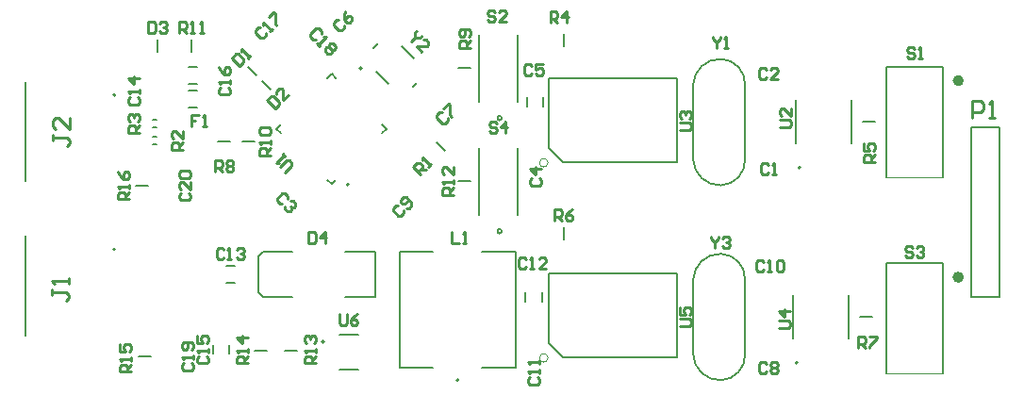
<source format=gbr>
%TF.GenerationSoftware,Altium Limited,Altium Designer,22.1.2 (22)*%
G04 Layer_Color=65535*
%FSLAX44Y44*%
%MOMM*%
%TF.SameCoordinates,D2A5B157-11BA-4D30-A4C3-CA4352B12235*%
%TF.FilePolarity,Positive*%
%TF.FileFunction,Legend,Top*%
%TF.Part,Single*%
G01*
G75*
%TA.AperFunction,NonConductor*%
%ADD38C,0.2540*%
%ADD49C,0.2000*%
%ADD50C,0.1270*%
%ADD51C,0.5000*%
%ADD52C,0.0000*%
%ADD53C,0.0500*%
D38*
X517178Y1121753D02*
X523069Y1127644D01*
Y1130000D01*
X520713Y1132356D01*
X518356D01*
X512466Y1126466D01*
X517178Y1135891D02*
X514822Y1138247D01*
X516000Y1137069D01*
X508931Y1130000D01*
X511287D01*
X495170Y1251723D02*
X492814D01*
X490458Y1249367D01*
Y1247010D01*
X495170Y1242298D01*
X497527D01*
X499883Y1244654D01*
Y1247010D01*
X503417Y1248188D02*
X505774Y1250545D01*
X504595Y1249367D01*
X497527Y1256435D01*
Y1254079D01*
X502239Y1261148D02*
X506952Y1265860D01*
X508130Y1264682D01*
Y1255257D01*
X509308Y1254079D01*
X307382Y1017000D02*
Y1011922D01*
Y1014461D01*
X320078D01*
X322617Y1011922D01*
Y1009382D01*
X320078Y1006843D01*
X322617Y1022078D02*
Y1027157D01*
Y1024617D01*
X307382D01*
X309922Y1022078D01*
X308612Y1155701D02*
Y1150622D01*
Y1153162D01*
X321308D01*
X323848Y1150622D01*
Y1148083D01*
X321308Y1145544D01*
X323848Y1170936D02*
Y1160779D01*
X313691Y1170936D01*
X311152D01*
X308612Y1168397D01*
Y1163318D01*
X311152Y1160779D01*
X899719Y1064178D02*
Y1062512D01*
X903052Y1059180D01*
X906384Y1062512D01*
Y1064178D01*
X903052Y1059180D02*
Y1054182D01*
X909716Y1062512D02*
X911382Y1064178D01*
X914715D01*
X916381Y1062512D01*
Y1060846D01*
X914715Y1059180D01*
X913048D01*
X914715D01*
X916381Y1057514D01*
Y1055848D01*
X914715Y1054182D01*
X911382D01*
X909716Y1055848D01*
X635184Y1248945D02*
X634006Y1247767D01*
Y1243054D01*
X638718D01*
X639896Y1244232D01*
X634006Y1243054D02*
X630471Y1239520D01*
X639896Y1230095D02*
X635184Y1234807D01*
X644609D01*
X645787Y1235986D01*
X645787Y1238342D01*
X643431Y1240698D01*
X641074D01*
X901385Y1243248D02*
Y1241582D01*
X904718Y1238250D01*
X908050Y1241582D01*
Y1243248D01*
X904718Y1238250D02*
Y1233252D01*
X911382D02*
X914715D01*
X913048D01*
Y1243248D01*
X911382Y1241582D01*
X565709Y994328D02*
Y985998D01*
X567375Y984332D01*
X570708D01*
X572374Y985998D01*
Y994328D01*
X582371D02*
X579038Y992662D01*
X575706Y989330D01*
Y985998D01*
X577372Y984332D01*
X580704D01*
X582371Y985998D01*
Y987664D01*
X580704Y989330D01*
X575706D01*
X871302Y983539D02*
X879632D01*
X881298Y985206D01*
Y988538D01*
X879632Y990204D01*
X871302D01*
Y1000201D02*
Y993536D01*
X876300D01*
X874634Y996868D01*
Y998534D01*
X876300Y1000201D01*
X879632D01*
X881298Y998534D01*
Y995202D01*
X879632Y993536D01*
X960202Y982269D02*
X968532D01*
X970198Y983935D01*
Y987268D01*
X968532Y988934D01*
X960202D01*
X970198Y997264D02*
X960202D01*
X965200Y992266D01*
Y998931D01*
X871302Y1160069D02*
X879632D01*
X881298Y1161736D01*
Y1165068D01*
X879632Y1166734D01*
X871302D01*
X872968Y1170066D02*
X871302Y1171732D01*
Y1175064D01*
X872968Y1176731D01*
X874634D01*
X876300Y1175064D01*
Y1173398D01*
Y1175064D01*
X877966Y1176731D01*
X879632D01*
X881298Y1175064D01*
Y1171732D01*
X879632Y1170066D01*
X961472Y1162609D02*
X969802D01*
X971468Y1164276D01*
Y1167608D01*
X969802Y1169274D01*
X961472D01*
X971468Y1179271D02*
Y1172606D01*
X964804Y1179271D01*
X963138D01*
X961472Y1177605D01*
Y1174272D01*
X963138Y1172606D01*
X706994Y1165382D02*
X705328Y1167048D01*
X701995D01*
X700329Y1165382D01*
Y1163716D01*
X701995Y1162050D01*
X705328D01*
X706994Y1160384D01*
Y1158718D01*
X705328Y1157052D01*
X701995D01*
X700329Y1158718D01*
X715324Y1157052D02*
Y1167048D01*
X710326Y1162050D01*
X716991D01*
X1080374Y1053622D02*
X1078708Y1055288D01*
X1075376D01*
X1073709Y1053622D01*
Y1051956D01*
X1075376Y1050290D01*
X1078708D01*
X1080374Y1048624D01*
Y1046958D01*
X1078708Y1045292D01*
X1075376D01*
X1073709Y1046958D01*
X1083706Y1053622D02*
X1085372Y1055288D01*
X1088705D01*
X1090371Y1053622D01*
Y1051956D01*
X1088705Y1050290D01*
X1087038D01*
X1088705D01*
X1090371Y1048624D01*
Y1046958D01*
X1088705Y1045292D01*
X1085372D01*
X1083706Y1046958D01*
X705724Y1265712D02*
X704058Y1267378D01*
X700725D01*
X699059Y1265712D01*
Y1264046D01*
X700725Y1262380D01*
X704058D01*
X705724Y1260714D01*
Y1259048D01*
X704058Y1257382D01*
X700725D01*
X699059Y1259048D01*
X715721Y1257382D02*
X709056D01*
X715721Y1264046D01*
Y1265712D01*
X714054Y1267378D01*
X710722D01*
X709056Y1265712D01*
X1082040Y1232692D02*
X1080374Y1234358D01*
X1077042D01*
X1075376Y1232692D01*
Y1231026D01*
X1077042Y1229360D01*
X1080374D01*
X1082040Y1227694D01*
Y1226028D01*
X1080374Y1224362D01*
X1077042D01*
X1075376Y1226028D01*
X1085372Y1224362D02*
X1088705D01*
X1087038D01*
Y1234358D01*
X1085372Y1232692D01*
X377108Y1097484D02*
X367112D01*
Y1102482D01*
X368778Y1104148D01*
X372110D01*
X373776Y1102482D01*
Y1097484D01*
Y1100816D02*
X377108Y1104148D01*
Y1107481D02*
Y1110813D01*
Y1109147D01*
X367112D01*
X368778Y1107481D01*
X367112Y1122476D02*
X368778Y1119144D01*
X372110Y1115811D01*
X375442D01*
X377108Y1117478D01*
Y1120810D01*
X375442Y1122476D01*
X373776D01*
X372110Y1120810D01*
Y1115811D01*
X378378Y942544D02*
X368382D01*
Y947542D01*
X370048Y949209D01*
X373380D01*
X375046Y947542D01*
Y942544D01*
Y945876D02*
X378378Y949209D01*
Y952541D02*
Y955873D01*
Y954207D01*
X368382D01*
X370048Y952541D01*
X368382Y967536D02*
Y960872D01*
X373380D01*
X371714Y964204D01*
Y965870D01*
X373380Y967536D01*
X376712D01*
X378378Y965870D01*
Y962538D01*
X376712Y960872D01*
X483788Y950164D02*
X473792D01*
Y955162D01*
X475458Y956829D01*
X478790D01*
X480456Y955162D01*
Y950164D01*
Y953496D02*
X483788Y956829D01*
Y960161D02*
Y963493D01*
Y961827D01*
X473792D01*
X475458Y960161D01*
X483788Y973490D02*
X473792D01*
X478790Y968492D01*
Y975156D01*
X544748Y950164D02*
X534752D01*
Y955162D01*
X536418Y956829D01*
X539750D01*
X541416Y955162D01*
Y950164D01*
Y953496D02*
X544748Y956829D01*
Y960161D02*
Y963493D01*
Y961827D01*
X534752D01*
X536418Y960161D01*
Y968492D02*
X534752Y970158D01*
Y973490D01*
X536418Y975156D01*
X538084D01*
X539750Y973490D01*
Y971824D01*
Y973490D01*
X541416Y975156D01*
X543082D01*
X544748Y973490D01*
Y970158D01*
X543082Y968492D01*
X667938Y1101294D02*
X657942D01*
Y1106292D01*
X659608Y1107959D01*
X662940D01*
X664606Y1106292D01*
Y1101294D01*
Y1104626D02*
X667938Y1107959D01*
Y1111291D02*
Y1114623D01*
Y1112957D01*
X657942D01*
X659608Y1111291D01*
X667938Y1126286D02*
Y1119622D01*
X661274Y1126286D01*
X659608D01*
X657942Y1124620D01*
Y1121288D01*
X659608Y1119622D01*
X422240Y1247222D02*
Y1257218D01*
X427239D01*
X428905Y1255552D01*
Y1252220D01*
X427239Y1250554D01*
X422240D01*
X425572D02*
X428905Y1247222D01*
X432237D02*
X435569D01*
X433903D01*
Y1257218D01*
X432237Y1255552D01*
X440568Y1247222D02*
X443900D01*
X442234D01*
Y1257218D01*
X440568Y1255552D01*
X504108Y1136854D02*
X494112D01*
Y1141852D01*
X495778Y1143519D01*
X499110D01*
X500776Y1141852D01*
Y1136854D01*
Y1140186D02*
X504108Y1143519D01*
Y1146851D02*
Y1150183D01*
Y1148517D01*
X494112D01*
X495778Y1146851D01*
Y1155182D02*
X494112Y1156848D01*
Y1160180D01*
X495778Y1161846D01*
X502442D01*
X504108Y1160180D01*
Y1156848D01*
X502442Y1155182D01*
X495778D01*
X683178Y1233729D02*
X673182D01*
Y1238728D01*
X674848Y1240394D01*
X678180D01*
X679846Y1238728D01*
Y1233729D01*
Y1237062D02*
X683178Y1240394D01*
X681512Y1243726D02*
X683178Y1245392D01*
Y1248725D01*
X681512Y1250391D01*
X674848D01*
X673182Y1248725D01*
Y1245392D01*
X674848Y1243726D01*
X676514D01*
X678180Y1245392D01*
Y1250391D01*
X453949Y1122762D02*
Y1132758D01*
X458948D01*
X460614Y1131092D01*
Y1127760D01*
X458948Y1126094D01*
X453949D01*
X457282D02*
X460614Y1122762D01*
X463946Y1131092D02*
X465612Y1132758D01*
X468945D01*
X470611Y1131092D01*
Y1129426D01*
X468945Y1127760D01*
X470611Y1126094D01*
Y1124428D01*
X468945Y1122762D01*
X465612D01*
X463946Y1124428D01*
Y1126094D01*
X465612Y1127760D01*
X463946Y1129426D01*
Y1131092D01*
X465612Y1127760D02*
X468945D01*
X1031799Y964012D02*
Y974008D01*
X1036798D01*
X1038464Y972342D01*
Y969010D01*
X1036798Y967344D01*
X1031799D01*
X1035132D02*
X1038464Y964012D01*
X1041796Y974008D02*
X1048461D01*
Y972342D01*
X1041796Y965678D01*
Y964012D01*
X758749Y1078312D02*
Y1088308D01*
X763748D01*
X765414Y1086642D01*
Y1083310D01*
X763748Y1081644D01*
X758749D01*
X762082D02*
X765414Y1078312D01*
X775411Y1088308D02*
X772078Y1086642D01*
X768746Y1083310D01*
Y1079978D01*
X770412Y1078312D01*
X773745D01*
X775411Y1079978D01*
Y1081644D01*
X773745Y1083310D01*
X768746D01*
X1046398Y1130859D02*
X1036402D01*
Y1135858D01*
X1038068Y1137524D01*
X1041400D01*
X1043066Y1135858D01*
Y1130859D01*
Y1134192D02*
X1046398Y1137524D01*
X1036402Y1147521D02*
Y1140856D01*
X1041400D01*
X1039734Y1144188D01*
Y1145854D01*
X1041400Y1147521D01*
X1044732D01*
X1046398Y1145854D01*
Y1142522D01*
X1044732Y1140856D01*
X755142Y1256284D02*
Y1266281D01*
X760140D01*
X761806Y1264615D01*
Y1261282D01*
X760140Y1259616D01*
X755142D01*
X758474D02*
X761806Y1256284D01*
X770137D02*
Y1266281D01*
X765139Y1261282D01*
X771803D01*
X385998Y1157529D02*
X376002D01*
Y1162528D01*
X377668Y1164194D01*
X381000D01*
X382666Y1162528D01*
Y1157529D01*
Y1160862D02*
X385998Y1164194D01*
X377668Y1167526D02*
X376002Y1169192D01*
Y1172524D01*
X377668Y1174191D01*
X379334D01*
X381000Y1172524D01*
Y1170858D01*
Y1172524D01*
X382666Y1174191D01*
X384332D01*
X385998Y1172524D01*
Y1169192D01*
X384332Y1167526D01*
X425368Y1142289D02*
X415372D01*
Y1147288D01*
X417038Y1148954D01*
X420370D01*
X422036Y1147288D01*
Y1142289D01*
Y1145622D02*
X425368Y1148954D01*
Y1158951D02*
Y1152286D01*
X418704Y1158951D01*
X417038D01*
X415372Y1157284D01*
Y1153952D01*
X417038Y1152286D01*
X638822Y1119753D02*
X631753Y1126822D01*
X635288Y1130356D01*
X637644D01*
X640000Y1128000D01*
Y1125644D01*
X636466Y1122109D01*
X638822Y1124466D02*
X643534D01*
X645891Y1126822D02*
X648247Y1129178D01*
X647069Y1128000D01*
X640000Y1135069D01*
Y1132712D01*
X1134364Y1170686D02*
Y1185921D01*
X1141982D01*
X1144521Y1183382D01*
Y1178304D01*
X1141982Y1175764D01*
X1134364D01*
X1149599Y1170686D02*
X1154677D01*
X1152138D01*
Y1185921D01*
X1149599Y1183382D01*
X666435Y1067988D02*
Y1057992D01*
X673100D01*
X676432D02*
X679764D01*
X678098D01*
Y1067988D01*
X676432Y1066322D01*
X439420Y1173398D02*
X432756D01*
Y1168400D01*
X436088D01*
X432756D01*
Y1163402D01*
X442752D02*
X446085D01*
X444418D01*
Y1173398D01*
X442752Y1171732D01*
X537769Y1067988D02*
Y1057992D01*
X542768D01*
X544434Y1059658D01*
Y1066322D01*
X542768Y1067988D01*
X537769D01*
X552765Y1057992D02*
Y1067988D01*
X547766Y1062990D01*
X554431D01*
X394259Y1257218D02*
Y1247222D01*
X399258D01*
X400924Y1248888D01*
Y1255552D01*
X399258Y1257218D01*
X394259D01*
X404256Y1255552D02*
X405922Y1257218D01*
X409254D01*
X410921Y1255552D01*
Y1253886D01*
X409254Y1252220D01*
X407588D01*
X409254D01*
X410921Y1250554D01*
Y1248888D01*
X409254Y1247222D01*
X405922D01*
X404256Y1248888D01*
X501115Y1186364D02*
X508184Y1179295D01*
X511718Y1182829D01*
Y1185186D01*
X507006Y1189898D01*
X504649D01*
X501115Y1186364D01*
X519965Y1191076D02*
X515252Y1186364D01*
Y1195789D01*
X514074Y1196967D01*
X511718Y1196967D01*
X509362Y1194611D01*
Y1192254D01*
X469273Y1224372D02*
X476342Y1217303D01*
X479876Y1220837D01*
Y1223194D01*
X475164Y1227906D01*
X472808D01*
X469273Y1224372D01*
X483411D02*
X485767Y1226728D01*
X484589Y1225550D01*
X477520Y1232619D01*
Y1230263D01*
X423388Y1103316D02*
X421722Y1101649D01*
Y1098317D01*
X423388Y1096651D01*
X430052D01*
X431718Y1098317D01*
Y1101649D01*
X430052Y1103316D01*
X431718Y1113312D02*
Y1106648D01*
X425054Y1113312D01*
X423388D01*
X421722Y1111646D01*
Y1108314D01*
X423388Y1106648D01*
Y1116645D02*
X421722Y1118311D01*
Y1121643D01*
X423388Y1123309D01*
X430052D01*
X431718Y1121643D01*
Y1118311D01*
X430052Y1116645D01*
X423388D01*
X425928Y950479D02*
X424262Y948812D01*
Y945480D01*
X425928Y943814D01*
X432592D01*
X434258Y945480D01*
Y948812D01*
X432592Y950479D01*
X434258Y953811D02*
Y957143D01*
Y955477D01*
X424262D01*
X425928Y953811D01*
X432592Y962141D02*
X434258Y963808D01*
Y967140D01*
X432592Y968806D01*
X425928D01*
X424262Y967140D01*
Y963808D01*
X425928Y962141D01*
X427594D01*
X429260Y963808D01*
Y968806D01*
X549413Y1246000D02*
Y1248356D01*
X547057Y1250712D01*
X544700D01*
X539988Y1246000D01*
Y1243643D01*
X542344Y1241287D01*
X544700D01*
X545878Y1237753D02*
X548235Y1235396D01*
X547057Y1236575D01*
X554125Y1243643D01*
X551769D01*
X557660Y1237753D02*
X560016D01*
X562372Y1235396D01*
X562372Y1233040D01*
X561194Y1231862D01*
X558838D01*
X558838Y1229506D01*
X557660Y1228328D01*
X555303Y1228328D01*
X552947Y1230684D01*
Y1233040D01*
X554125Y1234218D01*
X556482D01*
X556482Y1236575D01*
X557660Y1237753D01*
X556482Y1234218D02*
X558838Y1231862D01*
X458948Y1198129D02*
X457282Y1196462D01*
Y1193130D01*
X458948Y1191464D01*
X465612D01*
X467278Y1193130D01*
Y1196462D01*
X465612Y1198129D01*
X467278Y1201461D02*
Y1204793D01*
Y1203127D01*
X457282D01*
X458948Y1201461D01*
X457282Y1216456D02*
X458948Y1213124D01*
X462280Y1209791D01*
X465612D01*
X467278Y1211458D01*
Y1214790D01*
X465612Y1216456D01*
X463946D01*
X462280Y1214790D01*
Y1209791D01*
X439898Y956829D02*
X438232Y955162D01*
Y951830D01*
X439898Y950164D01*
X446562D01*
X448228Y951830D01*
Y955162D01*
X446562Y956829D01*
X448228Y960161D02*
Y963493D01*
Y961827D01*
X438232D01*
X439898Y960161D01*
X438232Y975156D02*
Y968492D01*
X443230D01*
X441564Y971824D01*
Y973490D01*
X443230Y975156D01*
X446562D01*
X448228Y973490D01*
Y970158D01*
X446562Y968492D01*
X377668Y1189239D02*
X376002Y1187572D01*
Y1184240D01*
X377668Y1182574D01*
X384332D01*
X385998Y1184240D01*
Y1187572D01*
X384332Y1189239D01*
X385998Y1192571D02*
Y1195903D01*
Y1194237D01*
X376002D01*
X377668Y1192571D01*
X385998Y1205900D02*
X376002D01*
X381000Y1200901D01*
Y1207566D01*
X462169Y1052382D02*
X460502Y1054048D01*
X457170D01*
X455504Y1052382D01*
Y1045718D01*
X457170Y1044052D01*
X460502D01*
X462169Y1045718D01*
X465501Y1044052D02*
X468833D01*
X467167D01*
Y1054048D01*
X465501Y1052382D01*
X473831D02*
X475498Y1054048D01*
X478830D01*
X480496Y1052382D01*
Y1050716D01*
X478830Y1049050D01*
X477164D01*
X478830D01*
X480496Y1047384D01*
Y1045718D01*
X478830Y1044052D01*
X475498D01*
X473831Y1045718D01*
X733308Y1043462D02*
X731642Y1045128D01*
X728310D01*
X726644Y1043462D01*
Y1036798D01*
X728310Y1035132D01*
X731642D01*
X733308Y1036798D01*
X736641Y1035132D02*
X739973D01*
X738307D01*
Y1045128D01*
X736641Y1043462D01*
X751636Y1035132D02*
X744971D01*
X751636Y1041796D01*
Y1043462D01*
X749970Y1045128D01*
X746638D01*
X744971Y1043462D01*
X737078Y938175D02*
X735412Y936508D01*
Y933176D01*
X737078Y931510D01*
X743742D01*
X745408Y933176D01*
Y936508D01*
X743742Y938175D01*
X745408Y941507D02*
Y944839D01*
Y943173D01*
X735412D01*
X737078Y941507D01*
X745408Y949838D02*
Y953170D01*
Y951504D01*
X735412D01*
X737078Y949838D01*
X946668Y1040922D02*
X945002Y1042588D01*
X941670D01*
X940004Y1040922D01*
Y1034258D01*
X941670Y1032592D01*
X945002D01*
X946668Y1034258D01*
X950001Y1032592D02*
X953333D01*
X951667D01*
Y1042588D01*
X950001Y1040922D01*
X958332D02*
X959998Y1042588D01*
X963330D01*
X964996Y1040922D01*
Y1034258D01*
X963330Y1032592D01*
X959998D01*
X958332Y1034258D01*
Y1040922D01*
X618766Y1092108D02*
X616409D01*
X614053Y1089752D01*
Y1087396D01*
X618766Y1082683D01*
X621122D01*
X623478Y1085039D01*
Y1087396D01*
X625834Y1089752D02*
X628191D01*
X630547Y1092108D01*
Y1094464D01*
X625834Y1099177D01*
X623478Y1099177D01*
X621122Y1096821D01*
Y1094464D01*
X622300Y1093286D01*
X624656Y1093286D01*
X628191Y1096821D01*
X949564Y949482D02*
X947898Y951148D01*
X944566D01*
X942899Y949482D01*
Y942818D01*
X944566Y941152D01*
X947898D01*
X949564Y942818D01*
X952896Y949482D02*
X954562Y951148D01*
X957895D01*
X959561Y949482D01*
Y947816D01*
X957895Y946150D01*
X959561Y944484D01*
Y942818D01*
X957895Y941152D01*
X954562D01*
X952896Y942818D01*
Y944484D01*
X954562Y946150D01*
X952896Y947816D01*
Y949482D01*
X954562Y946150D02*
X957895D01*
X658136Y1175402D02*
X655779D01*
X653423Y1173046D01*
Y1170690D01*
X658136Y1165977D01*
X660492D01*
X662848Y1168333D01*
Y1170690D01*
X659314Y1178936D02*
X664026Y1183649D01*
X665204Y1182471D01*
Y1173046D01*
X666383Y1171868D01*
X565426Y1258478D02*
X563069D01*
X560713Y1256122D01*
Y1253766D01*
X565426Y1249053D01*
X567782D01*
X570138Y1251409D01*
Y1253766D01*
X571316Y1266725D02*
X570138Y1263191D01*
Y1258478D01*
X572494Y1256122D01*
X574851D01*
X577207Y1258478D01*
Y1260834D01*
X576029Y1262012D01*
X573672Y1262013D01*
X570138Y1258478D01*
X738744Y1217452D02*
X737078Y1219118D01*
X733745D01*
X732079Y1217452D01*
Y1210788D01*
X733745Y1209122D01*
X737078D01*
X738744Y1210788D01*
X748741Y1219118D02*
X742076D01*
Y1214120D01*
X745408Y1215786D01*
X747075D01*
X748741Y1214120D01*
Y1210788D01*
X747075Y1209122D01*
X743742D01*
X742076Y1210788D01*
X738668Y1116334D02*
X737002Y1114668D01*
Y1111336D01*
X738668Y1109669D01*
X745332D01*
X746998Y1111336D01*
Y1114668D01*
X745332Y1116334D01*
X746998Y1124665D02*
X737002D01*
X742000Y1119666D01*
Y1126331D01*
X519338Y1098274D02*
Y1100631D01*
X516982Y1102987D01*
X514626D01*
X509913Y1098274D01*
Y1095918D01*
X512269Y1093562D01*
X514626D01*
X521694Y1095918D02*
X524051D01*
X526407Y1093562D01*
X526407Y1091206D01*
X525229Y1090027D01*
X522873D01*
X521694Y1091206D01*
X522873Y1090027D01*
X522873Y1087671D01*
X521694Y1086493D01*
X519338D01*
X516982Y1088849D01*
Y1091206D01*
X949564Y1213642D02*
X947898Y1215308D01*
X944566D01*
X942899Y1213642D01*
Y1206978D01*
X944566Y1205312D01*
X947898D01*
X949564Y1206978D01*
X959561Y1205312D02*
X952896D01*
X959561Y1211976D01*
Y1213642D01*
X957895Y1215308D01*
X954562D01*
X952896Y1213642D01*
X951230Y1128552D02*
X949564Y1130218D01*
X946232D01*
X944566Y1128552D01*
Y1121888D01*
X946232Y1120222D01*
X949564D01*
X951230Y1121888D01*
X954562Y1120222D02*
X957895D01*
X956228D01*
Y1130218D01*
X954562Y1128552D01*
D49*
X574437Y1110788D02*
G03*
X574437Y1110788I-1000J0D01*
G01*
X364500Y1052700D02*
G03*
X364500Y1052700I-1000J0D01*
G01*
X364860Y1191260D02*
G03*
X364860Y1191260I-1000J0D01*
G01*
X977220Y950870D02*
G03*
X977220Y950870I-1000J0D01*
G01*
X711660Y1068790D02*
G03*
X711660Y1068790I-2000J0D01*
G01*
X585837Y1215102D02*
G03*
X585837Y1215102I-1000J0D01*
G01*
X711660Y1170390D02*
G03*
X711660Y1170390I-2000J0D01*
G01*
X979760Y1126130D02*
G03*
X979760Y1126130I-1000J0D01*
G01*
X672830Y935220D02*
G03*
X672830Y935220I-1000J0D01*
G01*
X551990Y969620D02*
G03*
X551990Y969620I-1000J0D01*
G01*
X284000Y975300D02*
Y1064700D01*
X284360Y1113860D02*
Y1203260D01*
X767080Y1061300D02*
Y1072300D01*
X1033360Y991870D02*
X1044360D01*
X732910Y1005650D02*
Y1013650D01*
X747910Y1005650D02*
Y1013650D01*
X734180Y1180910D02*
Y1188910D01*
X749180Y1180910D02*
Y1188910D01*
X672680Y1113790D02*
X683680D01*
X496491Y1204039D02*
X504269Y1196261D01*
X483791Y1216739D02*
X491569Y1208961D01*
X653111Y1148889D02*
X660889Y1141111D01*
X672680Y1215390D02*
X683680D01*
X1035900Y1167130D02*
X1046900D01*
X430340Y1216540D02*
X438340D01*
X430340Y1201540D02*
X438340D01*
X398050Y1169360D02*
X402050D01*
X398050Y1162360D02*
X402050D01*
X398050Y1154120D02*
X402050D01*
X398050Y1147120D02*
X402050D01*
X383120Y1109980D02*
X394120D01*
X478370Y1149350D02*
X489370D01*
X456780D02*
X467780D01*
X430340Y1179950D02*
X438340D01*
X430340Y1194950D02*
X438340D01*
X433070Y1230210D02*
Y1241210D01*
X516470Y961390D02*
X527470D01*
X489800D02*
X500800D01*
X467240Y958660D02*
Y966660D01*
X452240Y958660D02*
Y966660D01*
X385660Y956310D02*
X396660D01*
X464000Y1037500D02*
X472000D01*
X464000Y1022500D02*
X472000D01*
X497620Y1050470D02*
X523620D01*
X493120Y1045970D02*
X497620Y1050470D01*
X493120Y1013970D02*
X497620Y1009420D01*
X571120Y1009470D02*
X598120D01*
X571120Y1050470D02*
X598120D01*
Y1009470D02*
Y1050470D01*
X493120Y1013970D02*
Y1045970D01*
X497620Y1009470D02*
X523620D01*
X402590Y1230210D02*
Y1241210D01*
X1158240Y1009650D02*
Y1162050D01*
X1132840Y1009650D02*
Y1162050D01*
Y1009650D02*
X1158240D01*
X1132840Y1162050D02*
X1158240D01*
X767080Y1235290D02*
Y1246290D01*
D50*
X908473Y1048622D02*
G03*
X883478Y1025313I-843J-24152D01*
G01*
Y958427D02*
G03*
X908473Y935118I24152J843D01*
G01*
X908462Y935118D02*
G03*
X930082Y958302I-782J22402D01*
G01*
Y1025438D02*
G03*
X908462Y1048622I-22402J782D01*
G01*
X908473Y1223612D02*
G03*
X883478Y1200303I-843J-24152D01*
G01*
Y1133417D02*
G03*
X908473Y1110108I24152J843D01*
G01*
X908462Y1110108D02*
G03*
X930082Y1133292I-782J22402D01*
G01*
Y1200428D02*
G03*
X908462Y1223612I-22402J782D01*
G01*
X558800Y1111283D02*
X562689Y1115172D01*
X604408Y1156891D02*
X608298Y1160780D01*
X509302D02*
X513192Y1164669D01*
X554911Y1206388D02*
X558800Y1210277D01*
X554911Y1115172D02*
X558800Y1111283D01*
X604408Y1164669D02*
X608298Y1160780D01*
X509302D02*
X513192Y1156891D01*
X558800Y1210277D02*
X562689Y1206388D01*
X883480Y958370D02*
Y1025370D01*
X930080Y958370D02*
Y1025370D01*
X1107440Y941100D02*
Y1040100D01*
X1056640D02*
X1107440D01*
X1056640Y941100D02*
Y1040100D01*
X1023420Y972370D02*
Y1011370D01*
X973020Y972370D02*
Y1011370D01*
X753872Y968375D02*
Y1030605D01*
Y968375D02*
X766572Y955675D01*
X869188D01*
Y1030605D01*
X753872D02*
X869188D01*
X753872Y1143635D02*
Y1205865D01*
Y1143635D02*
X766572Y1130935D01*
X869188D01*
Y1205865D01*
X753872D02*
X869188D01*
X691160Y1083790D02*
Y1143790D01*
X726160Y1083790D02*
Y1143790D01*
X631648Y1198272D02*
X635608Y1202232D01*
X596292Y1233628D02*
X600252Y1237588D01*
X599121Y1212132D02*
X610152Y1201101D01*
X621748Y1234759D02*
X632779Y1223728D01*
X691160Y1185390D02*
Y1245390D01*
X726160Y1185390D02*
Y1245390D01*
X883480Y1133360D02*
Y1200360D01*
X930080Y1133360D02*
Y1200360D01*
X1025960Y1147630D02*
Y1186630D01*
X975560Y1147630D02*
Y1186630D01*
X1107440Y1117630D02*
Y1216630D01*
X1056640D02*
X1107440D01*
X1056640Y1117630D02*
Y1216630D01*
X693830Y1050220D02*
X723830D01*
Y946220D02*
Y1050220D01*
X693830Y946220D02*
X723830D01*
X619830Y1050220D02*
X649830D01*
X619830Y946220D02*
Y1050220D01*
Y946220D02*
X649830D01*
X565540Y944470D02*
X582540D01*
X565540Y975770D02*
X582540D01*
D51*
X1123990Y1027590D02*
G03*
X1123990Y1027590I-2500J0D01*
G01*
Y1204120D02*
G03*
X1123990Y1204120I-2500J0D01*
G01*
D52*
X753110Y955040D02*
G03*
X753110Y955040I-3810J0D01*
G01*
Y1130300D02*
G03*
X753110Y1130300I-3810J0D01*
G01*
D53*
X1056640Y941100D02*
X1107440D01*
X1056640Y1117630D02*
X1107440D01*
%TF.MD5,787b2a59829edaf2c3fcd08114e8b9a4*%
M02*

</source>
